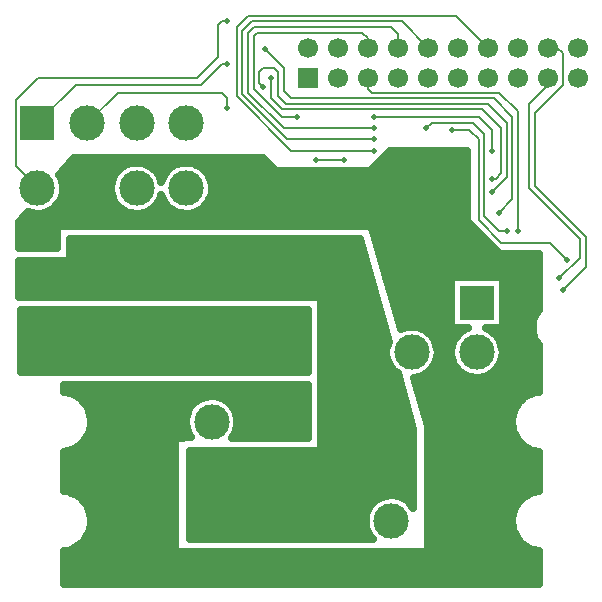
<source format=gbl>
G04 DipTrace 3.0.0.1*
G04 brushless-driver_lay.GBL*
%MOIN*%
G04 #@! TF.FileFunction,Copper,L2,Bot*
G04 #@! TF.Part,Single*
G04 #@! TA.AperFunction,Conductor*
%ADD14C,0.008*%
G04 #@! TA.AperFunction,CopperBalancing*
%ADD15C,0.025*%
G04 #@! TA.AperFunction,ComponentPad*
%ADD17C,0.062992*%
%ADD18R,0.062992X0.062992*%
%ADD20R,0.129921X0.094488*%
G04 #@! TA.AperFunction,ComponentPad*
%ADD21R,0.11811X0.11811*%
%ADD22C,0.11811*%
%ADD23R,0.066929X0.066929*%
%ADD24C,0.066929*%
%ADD25R,0.125984X0.070866*%
G04 #@! TA.AperFunction,ComponentPad*
%ADD32C,0.11811*%
G04 #@! TA.AperFunction,ViaPad*
%ADD33C,0.02*%
%FSLAX26Y26*%
G04*
G70*
G90*
G75*
G01*
G04 Bottom*
%LPD*%
X1600361Y2125432D2*
D14*
Y2087944D1*
X1612878Y2075427D1*
X2037923D1*
X2100429Y2012920D1*
Y1612878D1*
X1619129Y1956664D2*
X1319097D1*
X1200335Y2075427D1*
Y2275448D1*
X1219087Y2294199D1*
X1675385D1*
X1700387Y2269197D1*
Y2225458D1*
X1700361Y2225432D1*
X1619129Y1919160D2*
X1331598D1*
X1181583Y2069176D1*
Y2281698D1*
X1212836Y2312951D1*
X1712841D1*
X1800361Y2225432D1*
X2062925Y1612878D2*
X2037923D1*
X1987917Y1662883D1*
Y1937912D1*
X1950413Y1975416D1*
X1812899D1*
X1794147Y1956664D1*
X1881656Y1950413D2*
X1937912D1*
X1969165Y1919160D1*
Y1650382D1*
X2044173Y1575374D1*
X2206690D1*
X2262946Y1519118D1*
X1362852Y1994168D2*
X1312846D1*
X1219087Y2087928D1*
Y2262946D1*
X1231588Y2275448D1*
X1581625D1*
X1600361Y2256711D1*
Y2225432D1*
X1619129Y1994168D2*
X1969165D1*
X2012920Y1950413D1*
Y1881656D1*
X2200361Y2125432D2*
Y2100350D1*
X2137933Y2037923D1*
Y1756643D1*
X2306701Y1587875D1*
Y1525369D1*
X2237944Y1456612D1*
X2200361Y2225432D2*
X2231703D1*
X2250445Y2206690D1*
Y2100429D1*
X2156685Y2006669D1*
Y1762894D1*
X2325453Y1594126D1*
Y1494115D1*
X2250445Y1419108D1*
X1619129Y1881656D2*
X1344100D1*
X1162831Y2062925D1*
Y2294199D1*
X1200335Y2331703D1*
X1894089D1*
X2000361Y2225432D1*
X1131577Y2312951D2*
X1112825D1*
X1100324Y2300450D1*
Y2194189D1*
X1031567Y2125432D1*
X500261D1*
X425253Y2050424D1*
Y1829390D1*
X498000Y1756643D1*
X1256591Y2219192D2*
X1319097Y2156685D1*
Y2081677D1*
X1344100Y2056675D1*
X2019171D1*
X2081677Y1994168D1*
Y1719139D1*
X2037923Y1675385D1*
X1131577Y2025421D2*
Y2056675D1*
X1112825Y2075427D1*
X765602D1*
X663354Y1973178D1*
X1250340Y2094178D2*
X1237839Y2106680D1*
Y2144184D1*
X1250340Y2156685D1*
X1287844D1*
X1300345Y2144184D1*
Y2062925D1*
X1325348Y2037923D1*
X2000419D1*
X2062925Y1975416D1*
Y1794147D1*
X2012920Y1744142D1*
X1519118Y1850403D2*
X1425358D1*
X1131577Y2169186D2*
X1112825D1*
X1044068Y2100429D1*
X625251D1*
X498000Y1973178D1*
X1275343Y2125432D2*
Y2056675D1*
X1312846Y2019171D1*
X1981667D1*
X2044173Y1956664D1*
Y1806648D1*
X2025421Y1787896D1*
X2012920D1*
D33*
X2100429Y1612878D3*
X1619129Y1956664D3*
Y1919160D3*
X2062925Y1612878D3*
X1794147Y1956664D3*
X1881656Y1950413D3*
X2262946Y1519118D3*
X1362852Y1994168D3*
X1619129D3*
X2012920Y1881656D3*
X2237944Y1456612D3*
X2250445Y1419108D3*
X1619129Y1881656D3*
X1131577Y2312951D3*
X1256591Y2219192D3*
X2037923Y1675385D3*
X1131577Y2025421D3*
X1250340Y2094178D3*
X2012920Y1744142D3*
X1519118Y1850403D3*
X1425358D3*
X1131577Y2169186D3*
X1275343Y2125432D3*
X2012920Y1787896D3*
X1062820Y1431609D3*
X769039D3*
X806543D3*
X769039Y1400356D3*
X806543D3*
X669029Y1581625D3*
X700282D3*
X731535D3*
X769039D3*
X806543D3*
X669029Y1544121D3*
X700282D3*
X731535D3*
X769039D3*
X806543D3*
X1100324Y1431609D3*
X1062820Y1400356D3*
X1100324D3*
X962810Y1581625D3*
X994063D3*
X1025316D3*
X1062820D3*
X1100324D3*
X962810Y1544121D3*
X994063D3*
X1025316D3*
X1062820D3*
X1100324D3*
X1062820Y1506617D3*
X1100324D3*
X1356601Y1431609D3*
X1394105D3*
X1356601Y1400356D3*
X1394105D3*
X1256591Y1581625D3*
X1287844D3*
X1319097D3*
X1356601D3*
X1394105D3*
X1256591Y1544121D3*
X1287844D3*
X1319097D3*
X1356601D3*
X1394105D3*
X1356601Y1506617D3*
X769039D3*
X806543D3*
X769039Y1469113D3*
X806543D3*
X1062820D3*
X1100324D3*
X1394105Y1506617D3*
X1356601Y1469113D3*
X1394105D3*
X1787896Y1850403D3*
X1831651D3*
X1875406D3*
X556517Y1212836D3*
X587770D3*
X556517Y1181583D3*
X587770D3*
X556517Y1150329D3*
X587770D3*
X525264D3*
Y1181583D3*
X1069071Y1287844D3*
X1106575D3*
X1069071Y1256591D3*
X1106575D3*
X1069071Y1225337D3*
X1106575D3*
X1069071Y1194084D3*
X1106575D3*
X762789D3*
X794042D3*
X825295D3*
X856549D3*
X762789Y1162831D3*
X794042D3*
X825295D3*
X856549D3*
X1787896Y1794147D3*
Y1737891D3*
X1831651D3*
X1875406D3*
X1375353Y1300345D3*
X1875406Y1794147D3*
X1831651D3*
X525264Y1244089D3*
Y1275343D3*
Y1212836D3*
X762789Y1225337D3*
X794042D3*
X825295D3*
X1069071Y1319097D3*
X1106575D3*
X1144079Y1194084D3*
X1375353Y1325348D3*
Y1350350D3*
X444005Y1606627D3*
Y1575374D3*
Y1437860D3*
Y1400356D3*
X1651777Y1856789D2*
D15*
X1929198D1*
X600214Y1831920D2*
X785449D1*
X871698D2*
X951073D1*
X1037324D2*
X1273730D1*
X1627168D2*
X1929198D1*
X579121Y1807051D2*
X756933D1*
X900214D2*
X922558D1*
X1065839D2*
X1929198D1*
X582245Y1782182D2*
X744433D1*
X1078339D2*
X1929198D1*
X586152Y1757314D2*
X740526D1*
X1082245D2*
X1929198D1*
X582636Y1732445D2*
X744042D1*
X1078730D2*
X1929198D1*
X570526Y1707576D2*
X756152D1*
X901386D2*
X921386D1*
X1066621D2*
X1929198D1*
X543573Y1682707D2*
X783105D1*
X874042D2*
X948730D1*
X1039668D2*
X1929198D1*
X452168Y1657839D2*
X1929198D1*
X440449Y1632970D2*
X1941308D1*
X440449Y1608101D2*
X560449D1*
X1618965D2*
X1966308D1*
X440449Y1583232D2*
X560449D1*
X1625996D2*
X1991308D1*
X440449Y1558364D2*
X560449D1*
X1633417D2*
X2016308D1*
X1640449Y1533495D2*
X2166698D1*
X1647480Y1508626D2*
X2166698D1*
X1654510Y1483757D2*
X2166698D1*
X1661542Y1458888D2*
X1874902D1*
X2050996D2*
X2166698D1*
X1668573Y1434020D2*
X1874902D1*
X2050996D2*
X2166698D1*
X1675996Y1409151D2*
X1874902D1*
X2050996D2*
X2166698D1*
X1683026Y1384282D2*
X1874902D1*
X2050996D2*
X2166698D1*
X1690058Y1359413D2*
X1874902D1*
X2050996D2*
X2166698D1*
X1697089Y1334545D2*
X1874902D1*
X2050996D2*
X2156152D1*
X1704121Y1309676D2*
X1874902D1*
X2050996D2*
X2148339D1*
X1790449Y1284807D2*
X1919042D1*
X2006854D2*
X2147168D1*
X1818182Y1259938D2*
X1890917D1*
X2034980D2*
X2152636D1*
X1830682Y1235070D2*
X1878808D1*
X2047089D2*
X2165136D1*
X1834589Y1210201D2*
X1874902D1*
X2050996D2*
X2166698D1*
X1830682Y1185332D2*
X1878417D1*
X2047480D2*
X2166698D1*
X1818573Y1160463D2*
X1890526D1*
X2034980D2*
X2166698D1*
X1791230Y1135594D2*
X1918261D1*
X2007636D2*
X2166698D1*
X1761152Y1110726D2*
X2166698D1*
X590449Y1085857D2*
X1397949D1*
X1768182D2*
X2166698D1*
X635761Y1060988D2*
X1055370D1*
X1102949D2*
X1397949D1*
X1775214D2*
X2120996D1*
X660761Y1036119D2*
X1013965D1*
X1144745D2*
X1397949D1*
X1782245D2*
X2096386D1*
X673261Y1011251D2*
X997949D1*
X1160761D2*
X1397949D1*
X1789668D2*
X2083496D1*
X678730Y986382D2*
X991698D1*
X1167010D2*
X1397949D1*
X1796698D2*
X2078417D1*
X677558Y961513D2*
X992870D1*
X1165839D2*
X1397949D1*
X1802949D2*
X2079198D1*
X670136Y936644D2*
X1001854D1*
X1156465D2*
X1397949D1*
X1802949D2*
X2087010D1*
X654121Y911776D2*
X954198D1*
X1802949D2*
X2102636D1*
X621308Y886907D2*
X954198D1*
X1802949D2*
X2135449D1*
X590449Y862038D2*
X954198D1*
X1802949D2*
X2166698D1*
X590449Y837169D2*
X954198D1*
X1802949D2*
X2166698D1*
X590449Y812301D2*
X954198D1*
X1802949D2*
X2166698D1*
X590449Y787432D2*
X954198D1*
X1802949D2*
X2166698D1*
X590449Y762563D2*
X954198D1*
X1802949D2*
X2166698D1*
X623652Y737694D2*
X954198D1*
X1802949D2*
X2133496D1*
X654902Y712825D2*
X954198D1*
X1802949D2*
X2101854D1*
X670526Y687957D2*
X954198D1*
X1802949D2*
X2086230D1*
X677949Y663088D2*
X954198D1*
X1802949D2*
X2079198D1*
X678730Y638219D2*
X954198D1*
X1802949D2*
X2078417D1*
X673261Y613350D2*
X954198D1*
X1802949D2*
X2083886D1*
X659980Y588482D2*
X954198D1*
X1802949D2*
X2096777D1*
X634589Y563613D2*
X954198D1*
X1802949D2*
X2122558D1*
X590449Y538744D2*
X2166698D1*
X590449Y513875D2*
X2166698D1*
X590449Y489007D2*
X2166698D1*
X590449Y464138D2*
X2166698D1*
X590449Y439269D2*
X2166698D1*
X1078698Y1744188D2*
X1075983Y1731997D1*
X1071522Y1720332D1*
X1065409Y1709441D1*
X1057777Y1699556D1*
X1048786Y1690888D1*
X1038630Y1683621D1*
X1027522Y1677911D1*
X1015702Y1673878D1*
X1003421Y1671609D1*
X990941Y1671152D1*
X978528Y1672518D1*
X966444Y1675677D1*
X954950Y1680560D1*
X944289Y1687067D1*
X934689Y1695055D1*
X926354Y1704356D1*
X919463Y1714772D1*
X914161Y1726079D1*
X911575Y1734675D1*
X906168Y1720332D1*
X900055Y1709441D1*
X892423Y1699556D1*
X883432Y1690888D1*
X873276Y1683621D1*
X862168Y1677911D1*
X850348Y1673878D1*
X838067Y1671609D1*
X825587Y1671152D1*
X813173Y1672518D1*
X801089Y1675677D1*
X789596Y1680560D1*
X778934Y1687067D1*
X769335Y1695055D1*
X761000Y1704356D1*
X754109Y1714772D1*
X748807Y1726079D1*
X745209Y1738038D1*
X743390Y1750394D1*
Y1762883D1*
X745207Y1775239D1*
X748804Y1787198D1*
X754105Y1798507D1*
X760995Y1808923D1*
X769328Y1818224D1*
X778928Y1826214D1*
X789588Y1832720D1*
X801081Y1837606D1*
X813164Y1840766D1*
X825577Y1842133D1*
X838058Y1841678D1*
X850340Y1839411D1*
X862160Y1835379D1*
X873268Y1829669D1*
X883425Y1822404D1*
X892416Y1813736D1*
X900050Y1803852D1*
X906164Y1792962D1*
X911220Y1778631D1*
X919459Y1798507D1*
X926349Y1808923D1*
X934682Y1818224D1*
X944282Y1826214D1*
X954942Y1832720D1*
X966436Y1837606D1*
X978518Y1840766D1*
X990932Y1842133D1*
X1003412Y1841678D1*
X1015694Y1839411D1*
X1027514Y1835379D1*
X1038622Y1829669D1*
X1048780Y1822404D1*
X1057770Y1813736D1*
X1065404Y1803852D1*
X1071518Y1792962D1*
X1075980Y1781298D1*
X1078697Y1769108D1*
X1079610Y1756643D1*
X1078698Y1744188D1*
X582635D2*
X579920Y1731997D1*
X575459Y1720332D1*
X569346Y1709441D1*
X561714Y1699556D1*
X552723Y1690888D1*
X542567Y1683621D1*
X531459Y1677911D1*
X519639Y1673878D1*
X507358Y1671609D1*
X494878Y1671152D1*
X482465Y1672518D1*
X466430Y1677356D1*
X438007Y1643979D1*
X437787Y1556772D1*
X562769Y1556621D1*
Y1619129D1*
X568888Y1629673D1*
X575269Y1631629D1*
X1600377D1*
X1610921Y1625509D1*
X1612396Y1622563D1*
X1708441Y1286404D1*
X1718752Y1290962D1*
X1730835Y1294122D1*
X1743248Y1295488D1*
X1755728Y1295034D1*
X1768010Y1292766D1*
X1779831Y1288735D1*
X1790938Y1283025D1*
X1801096Y1275760D1*
X1810087Y1267092D1*
X1817720Y1257207D1*
X1823835Y1246318D1*
X1828297Y1234654D1*
X1831013Y1222463D1*
X1831927Y1209999D1*
X1831014Y1197543D1*
X1828299Y1185353D1*
X1823839Y1173688D1*
X1817726Y1162797D1*
X1810093Y1152912D1*
X1801102Y1144244D1*
X1790946Y1136976D1*
X1779839Y1131266D1*
X1768018Y1127234D1*
X1754568Y1124923D1*
X1800272Y964573D1*
X1800396Y556517D1*
X1794277Y545972D1*
X1787896Y544017D1*
X969060D1*
X958516Y550136D1*
X956560Y556517D1*
Y912804D1*
X962680Y923349D1*
X969060Y925304D1*
X1011626Y925861D1*
X1004735Y936277D1*
X999433Y947584D1*
X995835Y959543D1*
X994016Y971899D1*
Y984388D1*
X995833Y996744D1*
X999430Y1008703D1*
X1004731Y1020012D1*
X1011621Y1030428D1*
X1019954Y1039730D1*
X1029554Y1047719D1*
X1040214Y1054226D1*
X1051707Y1059112D1*
X1063790Y1062272D1*
X1076203Y1063638D1*
X1088684Y1063184D1*
X1100966Y1060916D1*
X1112786Y1056885D1*
X1123894Y1051175D1*
X1134051Y1043909D1*
X1143042Y1035241D1*
X1150676Y1025357D1*
X1156790Y1014467D1*
X1161252Y1002803D1*
X1163969Y990613D1*
X1164882Y978148D1*
X1163970Y965693D1*
X1161255Y953503D1*
X1156794Y941837D1*
X1150681Y930946D1*
X1146150Y925077D1*
X1400357Y925304D1*
Y1100325D1*
X587769D1*
Y1078841D1*
X610559Y1072974D1*
X621982Y1067916D1*
X632693Y1061488D1*
X642530Y1053789D1*
X651344Y1044936D1*
X658997Y1035063D1*
X665377Y1024323D1*
X670383Y1012878D1*
X673940Y1000903D1*
X675993Y988581D1*
X676533Y978148D1*
X675761Y965680D1*
X673458Y953402D1*
X669660Y941501D1*
X664423Y930160D1*
X657828Y919551D1*
X649975Y909836D1*
X640984Y901163D1*
X630993Y893664D1*
X620154Y887455D1*
X608631Y882630D1*
X596602Y879261D1*
X587723Y877924D1*
X587769Y747591D1*
X598601Y745877D1*
X610559Y742265D1*
X621982Y737207D1*
X632693Y730780D1*
X642530Y723080D1*
X651344Y714227D1*
X658997Y704354D1*
X665377Y693614D1*
X670383Y682169D1*
X673940Y670194D1*
X675993Y657873D1*
X676533Y647440D1*
X675761Y634971D1*
X673458Y622693D1*
X669660Y610793D1*
X664423Y599451D1*
X657828Y588843D1*
X649975Y579127D1*
X640984Y570454D1*
X630993Y562955D1*
X620154Y556747D1*
X608631Y551921D1*
X596602Y548552D1*
X587723Y547215D1*
X587769Y437753D1*
X2169188D1*
Y546738D1*
X2153303Y550332D1*
X2141547Y554556D1*
X2130402Y560197D1*
X2120035Y567169D1*
X2110609Y575367D1*
X2102265Y584664D1*
X2095131Y594919D1*
X2089315Y605974D1*
X2084907Y617661D1*
X2081974Y629804D1*
X2080559Y642217D1*
X2080685Y654707D1*
X2082350Y667088D1*
X2085530Y679169D1*
X2090175Y690765D1*
X2096213Y701701D1*
X2103554Y711810D1*
X2112084Y720934D1*
X2121675Y728940D1*
X2132178Y735701D1*
X2143437Y741114D1*
X2155276Y745100D1*
X2169462Y747747D1*
X2169188Y825253D1*
Y877988D1*
X2153303Y881041D1*
X2141547Y885265D1*
X2130402Y890906D1*
X2120035Y897878D1*
X2110609Y906076D1*
X2102265Y915373D1*
X2095131Y925627D1*
X2089315Y936682D1*
X2084907Y948370D1*
X2081974Y960513D1*
X2080559Y972925D1*
X2080685Y985416D1*
X2082350Y997797D1*
X2085530Y1009878D1*
X2090175Y1021474D1*
X2096213Y1032409D1*
X2103554Y1042518D1*
X2112084Y1051643D1*
X2121675Y1059648D1*
X2132178Y1066409D1*
X2143437Y1071823D1*
X2155276Y1075808D1*
X2169462Y1078455D1*
X2169188Y1225253D1*
Y1232675D1*
X2158403Y1251222D1*
X2153995Y1262911D1*
X2151063Y1275052D1*
X2149650Y1287465D1*
X2149778Y1299957D1*
X2151445Y1312337D1*
X2154626Y1324417D1*
X2159272Y1336013D1*
X2169213Y1352318D1*
X2169181Y1537878D1*
X2044285Y1538118D1*
X2035803Y1541577D1*
X1935240Y1641879D1*
X1931663Y1650382D1*
Y1881657D1*
X1674241D1*
X1608856Y1816455D1*
X1600377Y1812900D1*
X1300017Y1813080D1*
X1291507Y1816562D1*
X1251164Y1856904D1*
X1094091Y1856655D1*
X618499D1*
X570983Y1800614D1*
X575455Y1792962D1*
X579917Y1781298D1*
X582634Y1769108D1*
X583547Y1756643D1*
X582635Y1744188D1*
X1889867Y1460900D2*
X2048462D1*
Y1289806D1*
X1993383D1*
X2007474Y1283025D1*
X2017631Y1275760D1*
X2026622Y1267092D1*
X2034256Y1257207D1*
X2040370Y1246318D1*
X2044832Y1234654D1*
X2047549Y1222463D1*
X2048462Y1209999D1*
X2047550Y1197543D1*
X2044835Y1185353D1*
X2040374Y1173688D1*
X2034261Y1162797D1*
X2026629Y1152912D1*
X2017638Y1144244D1*
X2007482Y1136976D1*
X1996374Y1131266D1*
X1984554Y1127234D1*
X1972273Y1124965D1*
X1959793Y1124508D1*
X1947379Y1125874D1*
X1935295Y1129033D1*
X1923802Y1133916D1*
X1913140Y1140423D1*
X1903541Y1148411D1*
X1895206Y1157711D1*
X1888315Y1168127D1*
X1883013Y1179434D1*
X1879415Y1191394D1*
X1877596Y1203749D1*
Y1216239D1*
X1879413Y1228594D1*
X1883010Y1240554D1*
X1888311Y1251862D1*
X1895201Y1262278D1*
X1903534Y1271580D1*
X1913134Y1279570D1*
X1923794Y1286076D1*
X1932773Y1289894D1*
X1877367Y1289806D1*
Y1460900D1*
X1889867D1*
X446504Y1325483D2*
X1397949D1*
X446504Y1300614D2*
X1397949D1*
X446504Y1275745D2*
X1397949D1*
X446504Y1250877D2*
X1397949D1*
X446504Y1226008D2*
X1397949D1*
X446504Y1201139D2*
X1397949D1*
X446504Y1176270D2*
X1397949D1*
X446504Y1151402D2*
X1397949D1*
X1400357Y1156577D2*
Y1350352D1*
X444004D1*
Y1144077D1*
X1400357D1*
Y1156577D1*
X609198Y1563008D2*
X1576854D1*
X609198Y1538139D2*
X1583496D1*
X602949Y1513270D2*
X1590526D1*
X440253Y1488402D2*
X1597558D1*
X440253Y1463533D2*
X1604589D1*
X440253Y1438664D2*
X1611621D1*
X440253Y1413795D2*
X1618652D1*
X1444354Y1388927D2*
X1625682D1*
X1446698Y1364058D2*
X1632714D1*
X1446698Y1339189D2*
X1639745D1*
X1446698Y1314320D2*
X1646777D1*
X1446698Y1289451D2*
X1653808D1*
X1446698Y1264583D2*
X1660839D1*
X1446698Y1239714D2*
X1663573D1*
X1446698Y1214845D2*
X1658496D1*
X1446698Y1189976D2*
X1660839D1*
X1446698Y1165108D2*
X1670996D1*
X1446698Y1140239D2*
X1694433D1*
X1446698Y1115370D2*
X1702636D1*
X1446698Y1090501D2*
X1709668D1*
X1446698Y1065633D2*
X1716698D1*
X1446698Y1040764D2*
X1723730D1*
X1446698Y1015895D2*
X1730761D1*
X1446698Y991026D2*
X1737793D1*
X1446698Y966157D2*
X1744824D1*
X1446698Y941289D2*
X1747949D1*
X1446698Y916420D2*
X1747949D1*
X1446308Y891551D2*
X1747949D1*
X1009198Y866682D2*
X1747949D1*
X1009198Y841814D2*
X1747949D1*
X1009198Y816945D2*
X1747949D1*
X1009198Y792076D2*
X1747949D1*
X1009198Y767207D2*
X1747949D1*
X1009198Y742339D2*
X1747949D1*
X1009198Y717470D2*
X1626073D1*
X1729121D2*
X1747949D1*
X1009198Y692601D2*
X1602636D1*
X1009198Y667732D2*
X1592089D1*
X1009198Y642864D2*
X1589745D1*
X1009198Y617995D2*
X1594824D1*
X1009198Y593126D2*
X1608886D1*
X1616425Y587886D2*
X1609913Y595152D1*
X1603022Y605568D1*
X1597720Y616875D1*
X1594122Y628835D1*
X1592303Y641190D1*
Y653680D1*
X1594121Y666035D1*
X1597718Y677995D1*
X1603018Y689303D1*
X1609908Y699719D1*
X1618241Y709021D1*
X1627841Y717010D1*
X1638501Y723517D1*
X1649995Y728403D1*
X1662077Y731563D1*
X1674491Y732929D1*
X1686971Y732475D1*
X1699253Y730207D1*
X1711073Y726176D1*
X1722181Y720466D1*
X1732339Y713201D1*
X1741329Y704533D1*
X1750301Y692266D1*
X1750394Y954790D1*
X1698458Y1139294D1*
X1687005Y1148411D1*
X1678671Y1157711D1*
X1671780Y1168127D1*
X1666478Y1179434D1*
X1662879Y1191394D1*
X1661060Y1203749D1*
Y1216239D1*
X1662878Y1228594D1*
X1668629Y1245148D1*
X1572054Y1588245D1*
X1531625Y1587877D1*
X606521D1*
Y1525369D1*
X600402Y1514824D1*
X594021Y1512869D1*
X437753D1*
Y1394104D1*
X1431609D1*
X1442154Y1387984D1*
X1444109Y1381604D1*
Y894052D1*
X1437990Y883508D1*
X1431609Y881552D1*
X1006563D1*
Y587769D1*
X1616328D1*
D17*
X1444110Y512762D3*
D18*
Y712762D3*
D20*
X1269092Y756538D3*
Y496696D3*
D21*
X1962915Y1375353D3*
D22*
X862799Y812794D3*
D23*
X1400361Y2125432D3*
D24*
Y2225432D3*
X1500361Y2125432D3*
Y2225432D3*
X1600361Y2125432D3*
Y2225432D3*
X1700361Y2125432D3*
Y2225432D3*
X1800361Y2125432D3*
Y2225432D3*
X1900361Y2125432D3*
Y2225432D3*
X2000361Y2125432D3*
Y2225432D3*
X2100361Y2125432D3*
Y2225432D3*
X2200361Y2125432D3*
Y2225432D3*
X2300361Y2125432D3*
Y2225432D3*
D22*
X1894157Y812794D3*
D25*
X1325348Y987812D3*
Y1208285D3*
D32*
X994063Y1756643D3*
X663354Y1973178D3*
X828709D3*
X994063D3*
X498000Y1756643D3*
X663354D3*
X828709D3*
D21*
X498000Y1973178D3*
D22*
X1962915Y1209999D3*
X1746379D3*
Y1375353D3*
X1894157Y647440D3*
X1677622Y978148D3*
Y647440D3*
Y812794D3*
D21*
X1894157Y978148D3*
D22*
X862799D3*
X1079335Y647440D3*
Y978148D3*
Y812794D3*
D21*
X862799Y647440D3*
M02*

</source>
